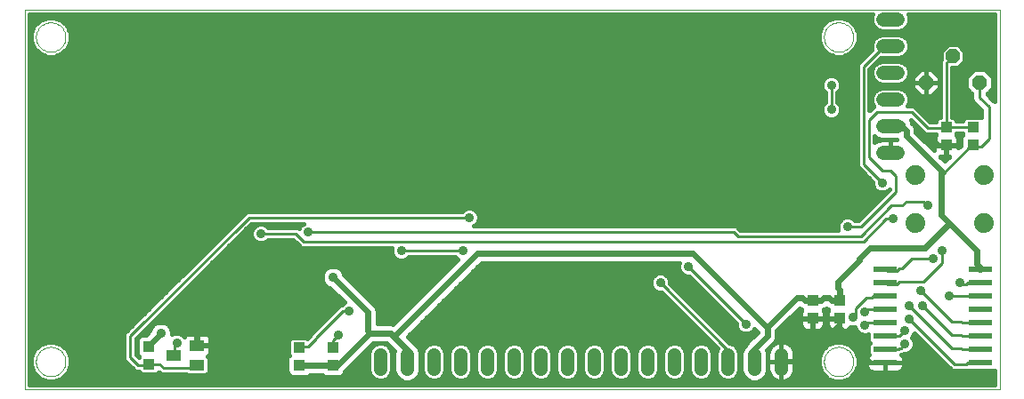
<source format=gtl>
G75*
%MOIN*%
%OFA0B0*%
%FSLAX24Y24*%
%IPPOS*%
%LPD*%
%AMOC8*
5,1,8,0,0,1.08239X$1,22.5*
%
%ADD10C,0.0010*%
%ADD11R,0.0900X0.0220*%
%ADD12C,0.0515*%
%ADD13C,0.0000*%
%ADD14R,0.0551X0.0394*%
%ADD15R,0.0433X0.0394*%
%ADD16OC8,0.0520*%
%ADD17C,0.0740*%
%ADD18R,0.0394X0.0433*%
%ADD19C,0.0520*%
%ADD20C,0.0240*%
%ADD21C,0.0357*%
%ADD22C,0.0100*%
%ADD23C,0.0160*%
D10*
X000180Y000180D02*
X000180Y014430D01*
X036680Y014430D01*
X036680Y000180D01*
X000180Y000180D01*
D11*
X032400Y001180D03*
X032400Y001680D03*
X032400Y002180D03*
X032400Y002680D03*
X032400Y003180D03*
X032400Y003680D03*
X032400Y004180D03*
X032400Y004680D03*
X035960Y004680D03*
X035960Y004180D03*
X035960Y003680D03*
X035960Y003180D03*
X035960Y002680D03*
X035960Y002180D03*
X035960Y001680D03*
X035960Y001180D03*
D12*
X028507Y000964D02*
X028507Y001479D01*
X027507Y001479D02*
X027507Y000964D01*
X026507Y000964D02*
X026507Y001479D01*
X025507Y001479D02*
X025507Y000964D01*
X024507Y000964D02*
X024507Y001479D01*
X023507Y001479D02*
X023507Y000964D01*
X022507Y000964D02*
X022507Y001479D01*
X021507Y001479D02*
X021507Y000964D01*
X020507Y000964D02*
X020507Y001479D01*
X019507Y001479D02*
X019507Y000964D01*
X018507Y000964D02*
X018507Y001479D01*
X017507Y001479D02*
X017507Y000964D01*
X016507Y000964D02*
X016507Y001479D01*
X015507Y001479D02*
X015507Y000964D01*
X014507Y000964D02*
X014507Y001479D01*
X013507Y001479D02*
X013507Y000964D01*
D13*
X000609Y001221D02*
X000611Y001268D01*
X000617Y001314D01*
X000627Y001360D01*
X000640Y001405D01*
X000658Y001448D01*
X000679Y001490D01*
X000703Y001530D01*
X000731Y001567D01*
X000762Y001602D01*
X000796Y001635D01*
X000832Y001664D01*
X000871Y001690D01*
X000912Y001713D01*
X000955Y001732D01*
X000999Y001748D01*
X001044Y001760D01*
X001090Y001768D01*
X001137Y001772D01*
X001183Y001772D01*
X001230Y001768D01*
X001276Y001760D01*
X001321Y001748D01*
X001365Y001732D01*
X001408Y001713D01*
X001449Y001690D01*
X001488Y001664D01*
X001524Y001635D01*
X001558Y001602D01*
X001589Y001567D01*
X001617Y001530D01*
X001641Y001490D01*
X001662Y001448D01*
X001680Y001405D01*
X001693Y001360D01*
X001703Y001314D01*
X001709Y001268D01*
X001711Y001221D01*
X001709Y001174D01*
X001703Y001128D01*
X001693Y001082D01*
X001680Y001037D01*
X001662Y000994D01*
X001641Y000952D01*
X001617Y000912D01*
X001589Y000875D01*
X001558Y000840D01*
X001524Y000807D01*
X001488Y000778D01*
X001449Y000752D01*
X001408Y000729D01*
X001365Y000710D01*
X001321Y000694D01*
X001276Y000682D01*
X001230Y000674D01*
X001183Y000670D01*
X001137Y000670D01*
X001090Y000674D01*
X001044Y000682D01*
X000999Y000694D01*
X000955Y000710D01*
X000912Y000729D01*
X000871Y000752D01*
X000832Y000778D01*
X000796Y000807D01*
X000762Y000840D01*
X000731Y000875D01*
X000703Y000912D01*
X000679Y000952D01*
X000658Y000994D01*
X000640Y001037D01*
X000627Y001082D01*
X000617Y001128D01*
X000611Y001174D01*
X000609Y001221D01*
X000609Y013395D02*
X000611Y013442D01*
X000617Y013488D01*
X000627Y013534D01*
X000640Y013579D01*
X000658Y013622D01*
X000679Y013664D01*
X000703Y013704D01*
X000731Y013741D01*
X000762Y013776D01*
X000796Y013809D01*
X000832Y013838D01*
X000871Y013864D01*
X000912Y013887D01*
X000955Y013906D01*
X000999Y013922D01*
X001044Y013934D01*
X001090Y013942D01*
X001137Y013946D01*
X001183Y013946D01*
X001230Y013942D01*
X001276Y013934D01*
X001321Y013922D01*
X001365Y013906D01*
X001408Y013887D01*
X001449Y013864D01*
X001488Y013838D01*
X001524Y013809D01*
X001558Y013776D01*
X001589Y013741D01*
X001617Y013704D01*
X001641Y013664D01*
X001662Y013622D01*
X001680Y013579D01*
X001693Y013534D01*
X001703Y013488D01*
X001709Y013442D01*
X001711Y013395D01*
X001709Y013348D01*
X001703Y013302D01*
X001693Y013256D01*
X001680Y013211D01*
X001662Y013168D01*
X001641Y013126D01*
X001617Y013086D01*
X001589Y013049D01*
X001558Y013014D01*
X001524Y012981D01*
X001488Y012952D01*
X001449Y012926D01*
X001408Y012903D01*
X001365Y012884D01*
X001321Y012868D01*
X001276Y012856D01*
X001230Y012848D01*
X001183Y012844D01*
X001137Y012844D01*
X001090Y012848D01*
X001044Y012856D01*
X000999Y012868D01*
X000955Y012884D01*
X000912Y012903D01*
X000871Y012926D01*
X000832Y012952D01*
X000796Y012981D01*
X000762Y013014D01*
X000731Y013049D01*
X000703Y013086D01*
X000679Y013126D01*
X000658Y013168D01*
X000640Y013211D01*
X000627Y013256D01*
X000617Y013302D01*
X000611Y013348D01*
X000609Y013395D01*
X030105Y013395D02*
X030107Y013442D01*
X030113Y013488D01*
X030123Y013534D01*
X030136Y013579D01*
X030154Y013622D01*
X030175Y013664D01*
X030199Y013704D01*
X030227Y013741D01*
X030258Y013776D01*
X030292Y013809D01*
X030328Y013838D01*
X030367Y013864D01*
X030408Y013887D01*
X030451Y013906D01*
X030495Y013922D01*
X030540Y013934D01*
X030586Y013942D01*
X030633Y013946D01*
X030679Y013946D01*
X030726Y013942D01*
X030772Y013934D01*
X030817Y013922D01*
X030861Y013906D01*
X030904Y013887D01*
X030945Y013864D01*
X030984Y013838D01*
X031020Y013809D01*
X031054Y013776D01*
X031085Y013741D01*
X031113Y013704D01*
X031137Y013664D01*
X031158Y013622D01*
X031176Y013579D01*
X031189Y013534D01*
X031199Y013488D01*
X031205Y013442D01*
X031207Y013395D01*
X031205Y013348D01*
X031199Y013302D01*
X031189Y013256D01*
X031176Y013211D01*
X031158Y013168D01*
X031137Y013126D01*
X031113Y013086D01*
X031085Y013049D01*
X031054Y013014D01*
X031020Y012981D01*
X030984Y012952D01*
X030945Y012926D01*
X030904Y012903D01*
X030861Y012884D01*
X030817Y012868D01*
X030772Y012856D01*
X030726Y012848D01*
X030679Y012844D01*
X030633Y012844D01*
X030586Y012848D01*
X030540Y012856D01*
X030495Y012868D01*
X030451Y012884D01*
X030408Y012903D01*
X030367Y012926D01*
X030328Y012952D01*
X030292Y012981D01*
X030258Y013014D01*
X030227Y013049D01*
X030199Y013086D01*
X030175Y013126D01*
X030154Y013168D01*
X030136Y013211D01*
X030123Y013256D01*
X030113Y013302D01*
X030107Y013348D01*
X030105Y013395D01*
X030105Y001221D02*
X030107Y001268D01*
X030113Y001314D01*
X030123Y001360D01*
X030136Y001405D01*
X030154Y001448D01*
X030175Y001490D01*
X030199Y001530D01*
X030227Y001567D01*
X030258Y001602D01*
X030292Y001635D01*
X030328Y001664D01*
X030367Y001690D01*
X030408Y001713D01*
X030451Y001732D01*
X030495Y001748D01*
X030540Y001760D01*
X030586Y001768D01*
X030633Y001772D01*
X030679Y001772D01*
X030726Y001768D01*
X030772Y001760D01*
X030817Y001748D01*
X030861Y001732D01*
X030904Y001713D01*
X030945Y001690D01*
X030984Y001664D01*
X031020Y001635D01*
X031054Y001602D01*
X031085Y001567D01*
X031113Y001530D01*
X031137Y001490D01*
X031158Y001448D01*
X031176Y001405D01*
X031189Y001360D01*
X031199Y001314D01*
X031205Y001268D01*
X031207Y001221D01*
X031205Y001174D01*
X031199Y001128D01*
X031189Y001082D01*
X031176Y001037D01*
X031158Y000994D01*
X031137Y000952D01*
X031113Y000912D01*
X031085Y000875D01*
X031054Y000840D01*
X031020Y000807D01*
X030984Y000778D01*
X030945Y000752D01*
X030904Y000729D01*
X030861Y000710D01*
X030817Y000694D01*
X030772Y000682D01*
X030726Y000674D01*
X030679Y000670D01*
X030633Y000670D01*
X030586Y000674D01*
X030540Y000682D01*
X030495Y000694D01*
X030451Y000710D01*
X030408Y000729D01*
X030367Y000752D01*
X030328Y000778D01*
X030292Y000807D01*
X030258Y000840D01*
X030227Y000875D01*
X030199Y000912D01*
X030175Y000952D01*
X030154Y000994D01*
X030136Y001037D01*
X030123Y001082D01*
X030113Y001128D01*
X030107Y001174D01*
X030105Y001221D01*
D14*
X006628Y001080D03*
X005761Y001454D03*
X006628Y001828D03*
D15*
X004845Y001788D03*
X004845Y001119D03*
X010465Y001072D03*
X011715Y001072D03*
X011715Y001741D03*
X010465Y001741D03*
X034680Y009345D03*
X035680Y009345D03*
X035680Y010015D03*
X034680Y010015D03*
D16*
X033930Y011680D03*
X035930Y011680D03*
X034930Y012680D03*
D17*
X036082Y008204D03*
X033522Y008204D03*
X033522Y006424D03*
X036082Y006424D03*
D18*
X030680Y003515D03*
X029680Y003515D03*
X029680Y002845D03*
X030680Y002845D03*
D19*
X032335Y009054D02*
X032855Y009054D01*
X032855Y010054D02*
X032335Y010054D01*
X032335Y011054D02*
X032855Y011054D01*
X032855Y012054D02*
X032335Y012054D01*
X032335Y013054D02*
X032855Y013054D01*
X032855Y014054D02*
X032335Y014054D01*
D20*
X035830Y011680D02*
X035930Y011680D01*
X033030Y010130D02*
X032980Y010080D01*
X033180Y009880D01*
X033180Y009680D01*
X034480Y008380D01*
X034480Y008180D01*
X034480Y006730D01*
X034805Y006405D01*
X033880Y005480D01*
X031830Y005480D01*
X031430Y005080D01*
X031430Y005030D01*
X030630Y004230D01*
X030630Y003980D01*
X030680Y003930D01*
X030680Y003515D01*
X030680Y003530D01*
X030380Y003530D01*
X030280Y003630D01*
X030080Y003630D01*
X029980Y003530D01*
X029680Y003530D01*
X029680Y003515D01*
X029580Y003530D01*
X029380Y003530D01*
X029280Y003630D01*
X029080Y003630D01*
X027980Y002530D01*
X027880Y002580D01*
X025180Y005280D01*
X017130Y005280D01*
X014005Y002155D01*
X014480Y001680D01*
X014480Y001230D01*
X014507Y001221D01*
X014005Y002155D02*
X013880Y002280D01*
X013080Y002280D01*
X013030Y002380D01*
X013030Y003080D01*
X011730Y004380D01*
X013080Y002280D02*
X011880Y001080D01*
X011830Y001080D01*
X011715Y001072D01*
X010465Y001072D01*
X010380Y001080D01*
X007415Y000580D02*
X007180Y000580D01*
X003580Y000580D01*
X002880Y001280D01*
X002880Y003080D01*
X007380Y007580D01*
X018280Y007580D01*
X027680Y007580D02*
X031780Y007580D01*
X034805Y006405D02*
X035830Y005380D01*
X035830Y004880D01*
X035930Y004780D01*
X035930Y004680D01*
X035960Y004680D01*
X027980Y002530D02*
X027980Y002180D01*
X027480Y001680D01*
X027480Y001230D01*
X027507Y001221D01*
X032595Y010054D02*
X032630Y010080D01*
X032980Y010080D01*
X005280Y002280D02*
X004880Y001880D01*
X004880Y001830D01*
X004845Y001788D01*
D21*
X005880Y001930D03*
X005280Y002280D03*
X002980Y000880D03*
X007680Y000580D03*
X009380Y001380D03*
X011930Y002230D03*
X012330Y003130D03*
X011730Y004380D03*
X014280Y005380D03*
X016580Y005380D03*
X016830Y006630D03*
X018280Y007580D03*
X015280Y008780D03*
X010780Y006080D03*
X009030Y006030D03*
X006080Y006880D03*
X002480Y006680D03*
X006180Y010280D03*
X023780Y008380D03*
X027680Y007580D03*
X030980Y006280D03*
X032680Y006580D03*
X033980Y007080D03*
X032280Y007930D03*
X031780Y007580D03*
X034180Y009580D03*
X030380Y010680D03*
X030380Y011580D03*
X029280Y012580D03*
X031780Y013480D03*
X029480Y013880D03*
X034380Y013480D03*
X028980Y009580D03*
X034530Y005380D03*
X034180Y005080D03*
X035180Y004180D03*
X034780Y003680D03*
X033780Y003330D03*
X033280Y003330D03*
X033280Y002830D03*
X033130Y002380D03*
X033130Y001880D03*
X031630Y002580D03*
X031180Y002880D03*
X031630Y003080D03*
X033730Y003880D03*
X029580Y002080D03*
X027180Y002630D03*
X023980Y004180D03*
X025030Y004780D03*
X029480Y000680D03*
X033080Y000580D03*
D22*
X032400Y001180D02*
X031880Y001180D01*
X031480Y001580D01*
X031480Y001780D01*
X030630Y002630D01*
X029280Y001280D01*
X028565Y001280D01*
X028507Y001221D01*
X028480Y001195D01*
X028480Y000580D01*
X028380Y000480D01*
X007780Y000480D01*
X007680Y000580D01*
X007580Y000680D01*
X007580Y001380D01*
X007180Y001780D01*
X006675Y001780D01*
X006628Y001828D01*
X005880Y001930D02*
X005780Y001830D01*
X005780Y001480D01*
X005761Y001454D01*
X005380Y000980D02*
X005241Y001119D01*
X004845Y001119D01*
X004830Y001080D01*
X004430Y001080D01*
X004130Y001380D01*
X004130Y002180D01*
X008580Y006630D01*
X016830Y006630D01*
X016580Y005380D02*
X014280Y005380D01*
X010780Y006080D02*
X026730Y006080D01*
X026880Y005930D01*
X031480Y005930D01*
X032630Y007080D01*
X033030Y007080D01*
X033180Y007230D01*
X033830Y007230D01*
X033980Y007080D01*
X032780Y007580D02*
X032780Y008180D01*
X032580Y008380D01*
X032280Y008380D01*
X031780Y008880D01*
X031780Y010280D01*
X032080Y010580D01*
X033380Y010580D01*
X033980Y009980D01*
X034580Y009980D01*
X034615Y010015D01*
X034680Y010015D01*
X035680Y010015D01*
X034680Y010015D02*
X034680Y012430D01*
X034930Y012680D01*
X032595Y013054D02*
X032580Y013030D01*
X032330Y013030D01*
X031580Y012280D01*
X031580Y008630D01*
X032280Y007930D01*
X032780Y007580D02*
X031480Y006280D01*
X030980Y006280D01*
X031580Y005730D02*
X032430Y006580D01*
X032680Y006580D01*
X031580Y005730D02*
X010630Y005730D01*
X010330Y006030D01*
X009030Y006030D01*
X012080Y003130D02*
X012330Y003130D01*
X012080Y003130D02*
X011080Y002130D01*
X011080Y002080D01*
X010780Y001780D01*
X010480Y001780D01*
X010465Y001741D01*
X011715Y001741D02*
X011730Y001780D01*
X011730Y002030D01*
X011930Y002230D01*
X007680Y000580D02*
X007180Y000580D01*
X006628Y001080D02*
X006528Y000980D01*
X005380Y000980D01*
X023980Y004180D02*
X026507Y001653D01*
X026507Y001221D01*
X027180Y002630D02*
X025030Y004780D01*
X029680Y002845D02*
X030680Y002845D01*
X030680Y002680D01*
X030630Y002630D01*
X031180Y002880D02*
X031280Y002980D01*
X031280Y003230D01*
X031680Y003630D01*
X031880Y003630D01*
X031980Y003730D01*
X032330Y003730D01*
X032380Y003680D01*
X032400Y003680D01*
X032480Y004130D02*
X032430Y004180D01*
X032400Y004180D01*
X032480Y004130D02*
X032830Y004130D01*
X032930Y004230D01*
X033830Y004230D01*
X034530Y004930D01*
X034530Y005380D01*
X034180Y005080D02*
X033380Y005080D01*
X033030Y004730D01*
X032930Y004730D01*
X032830Y004630D01*
X032480Y004630D01*
X032430Y004680D01*
X032400Y004680D01*
X033730Y003880D02*
X034880Y002730D01*
X035230Y002730D01*
X035280Y002680D01*
X035960Y002680D01*
X035960Y002180D02*
X035280Y002180D01*
X035230Y002230D01*
X034880Y002230D01*
X033780Y003330D01*
X033280Y003330D02*
X034880Y001730D01*
X035230Y001730D01*
X035280Y001680D01*
X035960Y001680D01*
X035960Y001180D02*
X035480Y001180D01*
X035430Y001130D01*
X034980Y001130D01*
X033280Y002830D01*
X032400Y002680D02*
X031730Y002680D01*
X031630Y002580D01*
X031630Y003080D02*
X031730Y003180D01*
X032400Y003180D01*
X033130Y002380D02*
X032930Y002180D01*
X032400Y002180D01*
X032980Y001730D02*
X033130Y001880D01*
X032980Y001730D02*
X032930Y001730D01*
X032880Y001680D01*
X032400Y001680D01*
X034780Y003680D02*
X035960Y003680D01*
X035480Y004180D02*
X035430Y004130D01*
X035230Y004130D01*
X035180Y004180D01*
X035480Y004180D02*
X035960Y004180D01*
X034480Y008180D02*
X035645Y009345D01*
X035680Y009345D01*
X035745Y009280D01*
X035980Y009280D01*
X036280Y009580D01*
X036280Y010780D01*
X035930Y011130D01*
X035930Y011680D01*
X034180Y009580D02*
X034415Y009345D01*
X034680Y009345D01*
X030380Y010680D02*
X030380Y011580D01*
D23*
X030707Y011434D02*
X031350Y011434D01*
X031350Y011592D02*
X030738Y011592D01*
X030738Y011651D02*
X030738Y011509D01*
X030684Y011377D01*
X030610Y011303D01*
X030610Y010957D01*
X030684Y010883D01*
X030738Y010751D01*
X030738Y010609D01*
X030684Y010477D01*
X030583Y010376D01*
X030451Y010322D01*
X030309Y010322D01*
X030177Y010376D01*
X030076Y010477D01*
X030022Y010609D01*
X030022Y010751D01*
X030076Y010883D01*
X030150Y010957D01*
X030150Y011303D01*
X030076Y011377D01*
X030022Y011509D01*
X030022Y011651D01*
X030076Y011783D01*
X030177Y011884D01*
X030309Y011938D01*
X030451Y011938D01*
X030583Y011884D01*
X030684Y011783D01*
X030738Y011651D01*
X030697Y011751D02*
X031350Y011751D01*
X031350Y011909D02*
X030522Y011909D01*
X030238Y011909D02*
X000365Y011909D01*
X000365Y011751D02*
X030063Y011751D01*
X030022Y011592D02*
X000365Y011592D01*
X000365Y011434D02*
X030053Y011434D01*
X030150Y011275D02*
X000365Y011275D01*
X000365Y011117D02*
X030150Y011117D01*
X030150Y010958D02*
X000365Y010958D01*
X000365Y010800D02*
X030042Y010800D01*
X030022Y010641D02*
X000365Y010641D01*
X000365Y010483D02*
X030074Y010483D01*
X030303Y010324D02*
X000365Y010324D01*
X000365Y010166D02*
X031350Y010166D01*
X031350Y010324D02*
X030457Y010324D01*
X030686Y010483D02*
X031350Y010483D01*
X031350Y010641D02*
X030738Y010641D01*
X030718Y010800D02*
X031350Y010800D01*
X031350Y010958D02*
X030610Y010958D01*
X030610Y011117D02*
X031350Y011117D01*
X031350Y011275D02*
X030610Y011275D01*
X031810Y011275D02*
X031950Y011275D01*
X031962Y011303D02*
X031895Y011141D01*
X031895Y010966D01*
X031962Y010804D01*
X031970Y010796D01*
X031810Y010635D01*
X031810Y012185D01*
X032241Y012616D01*
X032247Y012614D01*
X032942Y012614D01*
X033104Y012681D01*
X033228Y012804D01*
X033295Y012966D01*
X033295Y013141D01*
X033228Y013303D01*
X033104Y013427D01*
X032942Y013494D01*
X032247Y013494D01*
X032085Y013427D01*
X031962Y013303D01*
X031895Y013141D01*
X031895Y012966D01*
X031908Y012933D01*
X031485Y012510D01*
X031350Y012375D01*
X031350Y008535D01*
X031922Y007963D01*
X031922Y007859D01*
X031976Y007727D01*
X032077Y007626D01*
X032209Y007572D01*
X032351Y007572D01*
X032483Y007626D01*
X032550Y007693D01*
X032550Y007675D01*
X031385Y006510D01*
X031257Y006510D01*
X031183Y006584D01*
X031051Y006638D01*
X030909Y006638D01*
X030777Y006584D01*
X030676Y006483D01*
X030622Y006351D01*
X030622Y006209D01*
X030642Y006160D01*
X026975Y006160D01*
X026825Y006310D01*
X016994Y006310D01*
X017033Y006326D01*
X017134Y006427D01*
X017188Y006559D01*
X017188Y006701D01*
X017134Y006833D01*
X017033Y006934D01*
X016901Y006988D01*
X016759Y006988D01*
X016627Y006934D01*
X016553Y006860D01*
X008485Y006860D01*
X004035Y002410D01*
X003900Y002275D01*
X003900Y001285D01*
X004200Y000985D01*
X004335Y000850D01*
X004448Y000850D01*
X004448Y000848D01*
X004553Y000742D01*
X005136Y000742D01*
X005214Y000821D01*
X005285Y000750D01*
X006230Y000750D01*
X006277Y000703D01*
X006978Y000703D01*
X007083Y000808D01*
X007083Y001351D01*
X007016Y001418D01*
X007017Y001418D01*
X007056Y001444D01*
X007090Y001478D01*
X007116Y001517D01*
X007134Y001561D01*
X007143Y001607D01*
X007143Y001809D01*
X006646Y001809D01*
X006646Y001846D01*
X006609Y001846D01*
X006609Y002264D01*
X006328Y002264D01*
X006282Y002255D01*
X006238Y002237D01*
X006199Y002211D01*
X006166Y002177D01*
X006155Y002162D01*
X006083Y002234D01*
X005951Y002288D01*
X005809Y002288D01*
X005698Y002243D01*
X005698Y002363D01*
X005635Y002517D01*
X005517Y002635D01*
X005363Y002698D01*
X005197Y002698D01*
X005043Y002635D01*
X004925Y002517D01*
X004867Y002376D01*
X004716Y002225D01*
X004580Y002225D01*
X004492Y002189D01*
X004425Y002121D01*
X004388Y002033D01*
X004388Y001544D01*
X004425Y001455D01*
X004469Y001411D01*
X004448Y001390D01*
X004448Y001387D01*
X004360Y001475D01*
X004360Y002085D01*
X008675Y006400D01*
X010616Y006400D01*
X010577Y006384D01*
X010476Y006283D01*
X010454Y006231D01*
X010425Y006260D01*
X009307Y006260D01*
X009233Y006334D01*
X009101Y006388D01*
X008959Y006388D01*
X008827Y006334D01*
X008726Y006233D01*
X008672Y006101D01*
X008672Y005959D01*
X008726Y005827D01*
X008827Y005726D01*
X008959Y005672D01*
X009101Y005672D01*
X009233Y005726D01*
X009307Y005800D01*
X010235Y005800D01*
X010400Y005635D01*
X010535Y005500D01*
X013942Y005500D01*
X013922Y005451D01*
X013922Y005309D01*
X013976Y005177D01*
X014077Y005076D01*
X014209Y005022D01*
X014351Y005022D01*
X014483Y005076D01*
X014557Y005150D01*
X016303Y005150D01*
X016377Y005076D01*
X016405Y005064D01*
X013972Y002631D01*
X013952Y002640D01*
X013390Y002640D01*
X013390Y003152D01*
X013335Y003284D01*
X012143Y004476D01*
X012085Y004617D01*
X011967Y004735D01*
X011813Y004798D01*
X011647Y004798D01*
X011493Y004735D01*
X011375Y004617D01*
X011312Y004463D01*
X011312Y004297D01*
X011375Y004143D01*
X011493Y004025D01*
X011634Y003967D01*
X012155Y003446D01*
X012127Y003434D01*
X012053Y003360D01*
X011985Y003360D01*
X011850Y003225D01*
X010850Y002225D01*
X010850Y002175D01*
X010775Y002100D01*
X010757Y002118D01*
X010174Y002118D01*
X010069Y002012D01*
X010069Y001470D01*
X010090Y001449D01*
X010045Y001405D01*
X010009Y001316D01*
X010009Y000827D01*
X010045Y000739D01*
X010113Y000671D01*
X010201Y000635D01*
X010730Y000635D01*
X010818Y000671D01*
X010858Y000712D01*
X011323Y000712D01*
X011363Y000671D01*
X011451Y000635D01*
X011980Y000635D01*
X012068Y000671D01*
X012135Y000739D01*
X012172Y000827D01*
X012172Y000863D01*
X012185Y000876D01*
X013229Y001920D01*
X013731Y001920D01*
X014028Y001623D01*
X014009Y001578D01*
X014009Y000865D01*
X014085Y000682D01*
X014225Y000542D01*
X014408Y000466D01*
X014606Y000466D01*
X014789Y000542D01*
X014929Y000682D01*
X015004Y000865D01*
X015004Y001578D01*
X014929Y001761D01*
X014789Y001901D01*
X014754Y001915D01*
X014514Y002155D01*
X017279Y004920D01*
X024700Y004920D01*
X024672Y004851D01*
X024672Y004709D01*
X024726Y004577D01*
X024827Y004476D01*
X024959Y004422D01*
X025063Y004422D01*
X026822Y002663D01*
X026822Y002559D01*
X026876Y002427D01*
X026977Y002326D01*
X027109Y002272D01*
X027251Y002272D01*
X027383Y002326D01*
X027484Y002427D01*
X027496Y002455D01*
X027616Y002334D01*
X027620Y002330D01*
X027620Y002329D01*
X027276Y001985D01*
X027175Y001884D01*
X027151Y001827D01*
X027085Y001761D01*
X027009Y001578D01*
X027009Y000865D01*
X027085Y000682D01*
X027225Y000542D01*
X027408Y000466D01*
X027606Y000466D01*
X027789Y000542D01*
X027929Y000682D01*
X028004Y000865D01*
X028004Y001578D01*
X027970Y001661D01*
X028285Y001976D01*
X028340Y002108D01*
X028340Y002381D01*
X029182Y003223D01*
X029270Y003186D01*
X029273Y003179D01*
X029270Y003176D01*
X029252Y003132D01*
X029243Y003086D01*
X029243Y002864D01*
X029662Y002864D01*
X029662Y002827D01*
X029698Y002827D01*
X029698Y002389D01*
X029900Y002389D01*
X029947Y002398D01*
X029991Y002416D01*
X030030Y002442D01*
X030063Y002476D01*
X030090Y002515D01*
X030108Y002559D01*
X030117Y002605D01*
X030117Y002827D01*
X029698Y002827D01*
X029698Y002864D01*
X030117Y002864D01*
X030117Y003086D01*
X030108Y003132D01*
X030090Y003176D01*
X030087Y003179D01*
X030090Y003186D01*
X030180Y003223D01*
X030270Y003186D01*
X030273Y003179D01*
X030270Y003176D01*
X030252Y003132D01*
X030243Y003086D01*
X030243Y002864D01*
X030662Y002864D01*
X030662Y002827D01*
X030698Y002827D01*
X030698Y002389D01*
X030900Y002389D01*
X030947Y002398D01*
X030991Y002416D01*
X031030Y002442D01*
X031063Y002476D01*
X031090Y002515D01*
X031095Y002527D01*
X031109Y002522D01*
X031251Y002522D01*
X031272Y002530D01*
X031272Y002509D01*
X031326Y002377D01*
X031427Y002276D01*
X031559Y002222D01*
X031701Y002222D01*
X031770Y002250D01*
X031770Y001995D01*
X031835Y001930D01*
X031770Y001865D01*
X031770Y001495D01*
X031793Y001472D01*
X031764Y001443D01*
X031737Y001404D01*
X031719Y001360D01*
X031710Y001314D01*
X031710Y001180D01*
X032400Y001180D01*
X033090Y001180D01*
X033090Y001314D01*
X033081Y001360D01*
X033063Y001404D01*
X033036Y001443D01*
X033007Y001472D01*
X033030Y001495D01*
X033030Y001500D01*
X033075Y001500D01*
X033097Y001522D01*
X033201Y001522D01*
X033333Y001576D01*
X033434Y001677D01*
X033488Y001809D01*
X033488Y001951D01*
X033434Y002083D01*
X033387Y002130D01*
X033434Y002177D01*
X033485Y002300D01*
X034885Y000900D01*
X035425Y000900D01*
X035435Y000890D01*
X036485Y000890D01*
X036495Y000900D01*
X036495Y000365D01*
X000365Y000365D01*
X000365Y014245D01*
X031938Y014245D01*
X031895Y014141D01*
X031895Y013966D01*
X031962Y013804D01*
X032085Y013681D01*
X032247Y013614D01*
X032942Y013614D01*
X033104Y013681D01*
X033228Y013804D01*
X033295Y013966D01*
X033295Y014141D01*
X033252Y014245D01*
X036495Y014245D01*
X036495Y010975D01*
X036444Y011026D01*
X036220Y011250D01*
X036220Y011263D01*
X036430Y011473D01*
X036430Y011887D01*
X036137Y012180D01*
X035723Y012180D01*
X035430Y011887D01*
X035430Y011473D01*
X035640Y011263D01*
X035640Y011072D01*
X035684Y010966D01*
X035990Y010660D01*
X035990Y010373D01*
X035971Y010391D01*
X035389Y010391D01*
X035283Y010286D01*
X035283Y010245D01*
X035077Y010245D01*
X035077Y010286D01*
X034971Y010391D01*
X034910Y010391D01*
X034910Y012240D01*
X035112Y012240D01*
X035370Y012498D01*
X035370Y012862D01*
X035112Y013120D01*
X034748Y013120D01*
X034490Y012862D01*
X034490Y012565D01*
X034450Y012525D01*
X034450Y010391D01*
X034389Y010391D01*
X034283Y010286D01*
X034283Y010210D01*
X034075Y010210D01*
X033475Y010810D01*
X033230Y010810D01*
X033295Y010966D01*
X033295Y011141D01*
X033228Y011303D01*
X033104Y011427D01*
X032942Y011494D01*
X032247Y011494D01*
X032085Y011427D01*
X031962Y011303D01*
X032102Y011434D02*
X031810Y011434D01*
X031810Y011592D02*
X033430Y011592D01*
X033430Y011680D02*
X033430Y011473D01*
X033723Y011180D01*
X033930Y011180D01*
X034137Y011180D01*
X034430Y011473D01*
X034430Y011680D01*
X034430Y011887D01*
X034137Y012180D01*
X033930Y012180D01*
X033930Y011680D01*
X034430Y011680D01*
X033930Y011680D01*
X033930Y011680D01*
X033930Y011680D01*
X033930Y011180D01*
X033930Y011680D01*
X033930Y011680D01*
X033930Y011680D01*
X033430Y011680D01*
X033430Y011887D01*
X033723Y012180D01*
X033930Y012180D01*
X033930Y011680D01*
X033430Y011680D01*
X033430Y011751D02*
X033174Y011751D01*
X033228Y011804D02*
X033295Y011966D01*
X033295Y012141D01*
X033228Y012303D01*
X033104Y012427D01*
X032942Y012494D01*
X032247Y012494D01*
X032085Y012427D01*
X031962Y012303D01*
X031895Y012141D01*
X031895Y011966D01*
X031962Y011804D01*
X032085Y011681D01*
X032247Y011614D01*
X032942Y011614D01*
X033104Y011681D01*
X033228Y011804D01*
X033271Y011909D02*
X033452Y011909D01*
X033295Y012068D02*
X033610Y012068D01*
X033930Y012068D02*
X033930Y012068D01*
X034250Y012068D02*
X034450Y012068D01*
X034450Y012226D02*
X033259Y012226D01*
X033146Y012385D02*
X034450Y012385D01*
X034468Y012543D02*
X032168Y012543D01*
X032043Y012385D02*
X032010Y012385D01*
X031930Y012226D02*
X031851Y012226D01*
X031810Y012068D02*
X031895Y012068D01*
X031350Y012068D02*
X000365Y012068D01*
X000365Y012226D02*
X031350Y012226D01*
X031359Y012385D02*
X000365Y012385D01*
X000365Y012543D02*
X031518Y012543D01*
X031676Y012702D02*
X030894Y012702D01*
X030802Y012663D02*
X031071Y012775D01*
X031276Y012980D01*
X031388Y013249D01*
X031388Y013540D01*
X031276Y013809D01*
X031071Y014014D01*
X030802Y014126D01*
X030511Y014126D01*
X030242Y014014D01*
X030037Y013809D01*
X029925Y013540D01*
X029925Y013249D01*
X030037Y012980D01*
X030242Y012775D01*
X030511Y012663D01*
X030802Y012663D01*
X030419Y012702D02*
X001398Y012702D01*
X001306Y012663D02*
X001574Y012775D01*
X001780Y012980D01*
X001891Y013249D01*
X001891Y013540D01*
X001780Y013809D01*
X001574Y014014D01*
X001306Y014126D01*
X001015Y014126D01*
X000746Y014014D01*
X000540Y013809D01*
X000429Y013540D01*
X000429Y013249D01*
X000540Y012980D01*
X000746Y012775D01*
X001015Y012663D01*
X001306Y012663D01*
X000923Y012702D02*
X000365Y012702D01*
X000365Y012860D02*
X000661Y012860D01*
X000525Y013019D02*
X000365Y013019D01*
X000365Y013177D02*
X000459Y013177D01*
X000429Y013336D02*
X000365Y013336D01*
X000365Y013494D02*
X000429Y013494D01*
X000476Y013653D02*
X000365Y013653D01*
X000365Y013811D02*
X000543Y013811D01*
X000701Y013970D02*
X000365Y013970D01*
X000365Y014128D02*
X031895Y014128D01*
X031895Y013970D02*
X031115Y013970D01*
X031274Y013811D02*
X031959Y013811D01*
X032153Y013653D02*
X031341Y013653D01*
X031388Y013494D02*
X036495Y013494D01*
X036495Y013336D02*
X033195Y013336D01*
X033280Y013177D02*
X036495Y013177D01*
X036495Y013019D02*
X035214Y013019D01*
X035370Y012860D02*
X036495Y012860D01*
X036495Y012702D02*
X035370Y012702D01*
X035370Y012543D02*
X036495Y012543D01*
X036495Y012385D02*
X035257Y012385D01*
X034910Y012226D02*
X036495Y012226D01*
X036495Y012068D02*
X036250Y012068D01*
X036408Y011909D02*
X036495Y011909D01*
X036495Y011751D02*
X036430Y011751D01*
X036430Y011592D02*
X036495Y011592D01*
X036495Y011434D02*
X036391Y011434D01*
X036495Y011275D02*
X036232Y011275D01*
X036354Y011117D02*
X036495Y011117D01*
X035850Y010800D02*
X034910Y010800D01*
X034910Y010958D02*
X035692Y010958D01*
X035640Y011117D02*
X034910Y011117D01*
X034910Y011275D02*
X035628Y011275D01*
X035469Y011434D02*
X034910Y011434D01*
X034910Y011592D02*
X035430Y011592D01*
X035430Y011751D02*
X034910Y011751D01*
X034910Y011909D02*
X035452Y011909D01*
X035610Y012068D02*
X034910Y012068D01*
X034450Y011909D02*
X034408Y011909D01*
X034430Y011751D02*
X034450Y011751D01*
X034450Y011592D02*
X034430Y011592D01*
X034450Y011434D02*
X034391Y011434D01*
X034450Y011275D02*
X034232Y011275D01*
X034450Y011117D02*
X033295Y011117D01*
X033291Y010958D02*
X034450Y010958D01*
X034450Y010800D02*
X033486Y010800D01*
X033644Y010641D02*
X034450Y010641D01*
X034450Y010483D02*
X033803Y010483D01*
X033961Y010324D02*
X034321Y010324D01*
X034910Y010483D02*
X035990Y010483D01*
X035990Y010641D02*
X034910Y010641D01*
X035039Y010324D02*
X035321Y010324D01*
X035283Y009785D02*
X035283Y009743D01*
X035304Y009722D01*
X035260Y009678D01*
X035223Y009590D01*
X035223Y009334D01*
X035137Y009247D01*
X035137Y009327D01*
X034698Y009327D01*
X034698Y008909D01*
X034798Y008909D01*
X034629Y008740D01*
X034461Y008909D01*
X034662Y008909D01*
X034662Y009327D01*
X034698Y009327D01*
X034698Y009364D01*
X035137Y009364D01*
X035137Y009566D01*
X035127Y009612D01*
X035109Y009656D01*
X035083Y009695D01*
X035056Y009722D01*
X035077Y009743D01*
X035077Y009785D01*
X035283Y009785D01*
X035272Y009690D02*
X035086Y009690D01*
X035137Y009532D02*
X035223Y009532D01*
X035223Y009373D02*
X035137Y009373D01*
X034698Y009215D02*
X034662Y009215D01*
X034662Y009327D02*
X034223Y009327D01*
X034223Y009146D01*
X033540Y009829D01*
X033540Y009952D01*
X033485Y010084D01*
X033390Y010179D01*
X033390Y010202D01*
X033360Y010275D01*
X033750Y009885D01*
X033885Y009750D01*
X034283Y009750D01*
X034283Y009743D01*
X034304Y009722D01*
X034277Y009695D01*
X034251Y009656D01*
X034233Y009612D01*
X034223Y009566D01*
X034223Y009364D01*
X034662Y009364D01*
X034662Y009327D01*
X034662Y009056D02*
X034698Y009056D01*
X034787Y008898D02*
X034472Y008898D01*
X034223Y009215D02*
X034155Y009215D01*
X034223Y009373D02*
X033996Y009373D01*
X033838Y009532D02*
X034223Y009532D01*
X034274Y009690D02*
X033679Y009690D01*
X033786Y009849D02*
X033540Y009849D01*
X033517Y010007D02*
X033628Y010007D01*
X033469Y010166D02*
X033404Y010166D01*
X032843Y009554D02*
X032235Y009554D01*
X032051Y009630D01*
X032010Y009671D01*
X032010Y009436D01*
X032073Y009481D01*
X032143Y009517D01*
X032217Y009541D01*
X032295Y009554D01*
X032595Y009554D01*
X032595Y009054D01*
X032595Y009054D01*
X032595Y009554D01*
X032843Y009554D01*
X032843Y009554D01*
X032595Y009532D02*
X032595Y009532D01*
X032595Y009373D02*
X032595Y009373D01*
X032595Y009215D02*
X032595Y009215D01*
X032595Y009056D02*
X032595Y009056D01*
X032187Y009532D02*
X032010Y009532D01*
X031350Y009532D02*
X000365Y009532D01*
X000365Y009373D02*
X031350Y009373D01*
X031350Y009215D02*
X000365Y009215D01*
X000365Y009056D02*
X031350Y009056D01*
X031350Y008898D02*
X000365Y008898D01*
X000365Y008739D02*
X031350Y008739D01*
X031350Y008581D02*
X000365Y008581D01*
X000365Y008422D02*
X031463Y008422D01*
X031621Y008264D02*
X000365Y008264D01*
X000365Y008105D02*
X031780Y008105D01*
X031922Y007947D02*
X000365Y007947D01*
X000365Y007788D02*
X031951Y007788D01*
X032074Y007630D02*
X000365Y007630D01*
X000365Y007471D02*
X032346Y007471D01*
X032486Y007630D02*
X032504Y007630D01*
X032187Y007313D02*
X000365Y007313D01*
X000365Y007154D02*
X032029Y007154D01*
X031870Y006996D02*
X000365Y006996D01*
X000365Y006837D02*
X008462Y006837D01*
X008303Y006679D02*
X000365Y006679D01*
X000365Y006520D02*
X008145Y006520D01*
X007986Y006362D02*
X000365Y006362D01*
X000365Y006203D02*
X007828Y006203D01*
X007669Y006045D02*
X000365Y006045D01*
X000365Y005886D02*
X007511Y005886D01*
X007352Y005728D02*
X000365Y005728D01*
X000365Y005569D02*
X007194Y005569D01*
X007035Y005411D02*
X000365Y005411D01*
X000365Y005252D02*
X006877Y005252D01*
X006718Y005094D02*
X000365Y005094D01*
X000365Y004935D02*
X006560Y004935D01*
X006401Y004777D02*
X000365Y004777D01*
X000365Y004618D02*
X006243Y004618D01*
X006084Y004460D02*
X000365Y004460D01*
X000365Y004301D02*
X005926Y004301D01*
X005767Y004143D02*
X000365Y004143D01*
X000365Y003984D02*
X005609Y003984D01*
X005450Y003826D02*
X000365Y003826D01*
X000365Y003667D02*
X005292Y003667D01*
X005133Y003509D02*
X000365Y003509D01*
X000365Y003350D02*
X004975Y003350D01*
X004816Y003192D02*
X000365Y003192D01*
X000365Y003033D02*
X004658Y003033D01*
X004499Y002875D02*
X000365Y002875D01*
X000365Y002716D02*
X004341Y002716D01*
X004182Y002558D02*
X000365Y002558D01*
X000365Y002399D02*
X004024Y002399D01*
X003900Y002241D02*
X000365Y002241D01*
X000365Y002082D02*
X003900Y002082D01*
X003900Y001924D02*
X001376Y001924D01*
X001306Y001953D02*
X001015Y001953D01*
X000746Y001841D01*
X000540Y001636D01*
X000429Y001367D01*
X000429Y001076D01*
X000540Y000807D01*
X000746Y000601D01*
X001015Y000490D01*
X001306Y000490D01*
X001574Y000601D01*
X001780Y000807D01*
X001891Y001076D01*
X001891Y001367D01*
X001780Y001636D01*
X001574Y001841D01*
X001306Y001953D01*
X000945Y001924D02*
X000365Y001924D01*
X000365Y001765D02*
X000670Y001765D01*
X000528Y001607D02*
X000365Y001607D01*
X000365Y001448D02*
X000463Y001448D01*
X000429Y001290D02*
X000365Y001290D01*
X000365Y001131D02*
X000429Y001131D01*
X000472Y000973D02*
X000365Y000973D01*
X000365Y000814D02*
X000538Y000814D01*
X000692Y000656D02*
X000365Y000656D01*
X000365Y000497D02*
X000998Y000497D01*
X001322Y000497D02*
X014334Y000497D01*
X014112Y000656D02*
X013817Y000656D01*
X013878Y000716D02*
X013944Y000877D01*
X013944Y001566D01*
X013878Y001727D01*
X013755Y001850D01*
X013594Y001916D01*
X013420Y001916D01*
X013259Y001850D01*
X013136Y001727D01*
X013069Y001566D01*
X013069Y000877D01*
X013136Y000716D01*
X013259Y000593D01*
X013420Y000526D01*
X013594Y000526D01*
X013755Y000593D01*
X013878Y000716D01*
X013918Y000814D02*
X014030Y000814D01*
X014009Y000973D02*
X013944Y000973D01*
X013944Y001131D02*
X014009Y001131D01*
X014009Y001290D02*
X013944Y001290D01*
X013944Y001448D02*
X014009Y001448D01*
X014021Y001607D02*
X013927Y001607D01*
X013886Y001765D02*
X013839Y001765D01*
X013174Y001765D02*
X013074Y001765D01*
X013086Y001607D02*
X012916Y001607D01*
X013069Y001448D02*
X012757Y001448D01*
X012599Y001290D02*
X013069Y001290D01*
X013069Y001131D02*
X012440Y001131D01*
X012282Y000973D02*
X013069Y000973D01*
X013095Y000814D02*
X012167Y000814D01*
X012029Y000656D02*
X013196Y000656D01*
X014680Y000497D02*
X027334Y000497D01*
X027112Y000656D02*
X026817Y000656D01*
X026878Y000716D02*
X026944Y000877D01*
X026944Y001566D01*
X026878Y001727D01*
X026755Y001850D01*
X026594Y001916D01*
X026569Y001916D01*
X024338Y004147D01*
X024338Y004251D01*
X024284Y004383D01*
X024183Y004484D01*
X024051Y004538D01*
X023909Y004538D01*
X023777Y004484D01*
X023676Y004383D01*
X023622Y004251D01*
X023622Y004109D01*
X023676Y003977D01*
X023777Y003876D01*
X023909Y003822D01*
X024013Y003822D01*
X026128Y001707D01*
X026069Y001566D01*
X026069Y000877D01*
X026136Y000716D01*
X026259Y000593D01*
X026420Y000526D01*
X026594Y000526D01*
X026755Y000593D01*
X026878Y000716D01*
X026918Y000814D02*
X027030Y000814D01*
X027009Y000973D02*
X026944Y000973D01*
X026944Y001131D02*
X027009Y001131D01*
X027009Y001290D02*
X026944Y001290D01*
X026944Y001448D02*
X027009Y001448D01*
X027021Y001607D02*
X026927Y001607D01*
X026839Y001765D02*
X027089Y001765D01*
X027214Y001924D02*
X026562Y001924D01*
X026403Y002082D02*
X027373Y002082D01*
X027531Y002241D02*
X026245Y002241D01*
X026086Y002399D02*
X026904Y002399D01*
X026822Y002558D02*
X025928Y002558D01*
X025769Y002716D02*
X026769Y002716D01*
X026610Y002875D02*
X025611Y002875D01*
X025452Y003033D02*
X026452Y003033D01*
X026293Y003192D02*
X025294Y003192D01*
X025135Y003350D02*
X026135Y003350D01*
X025976Y003509D02*
X024977Y003509D01*
X024818Y003667D02*
X025818Y003667D01*
X025659Y003826D02*
X024660Y003826D01*
X024501Y003984D02*
X025501Y003984D01*
X025342Y004143D02*
X024343Y004143D01*
X024318Y004301D02*
X025184Y004301D01*
X024867Y004460D02*
X024207Y004460D01*
X023753Y004460D02*
X016819Y004460D01*
X016660Y004301D02*
X023642Y004301D01*
X023622Y004143D02*
X016502Y004143D01*
X016343Y003984D02*
X023673Y003984D01*
X023899Y003826D02*
X016185Y003826D01*
X016026Y003667D02*
X024168Y003667D01*
X024326Y003509D02*
X015868Y003509D01*
X015709Y003350D02*
X024485Y003350D01*
X024643Y003192D02*
X015551Y003192D01*
X015392Y003033D02*
X024802Y003033D01*
X024960Y002875D02*
X015234Y002875D01*
X015075Y002716D02*
X025119Y002716D01*
X025277Y002558D02*
X014917Y002558D01*
X014758Y002399D02*
X025436Y002399D01*
X025594Y002241D02*
X014600Y002241D01*
X014587Y002082D02*
X025753Y002082D01*
X025911Y001924D02*
X014746Y001924D01*
X014924Y001765D02*
X015174Y001765D01*
X015136Y001727D02*
X015069Y001566D01*
X015069Y000877D01*
X015136Y000716D01*
X015259Y000593D01*
X015420Y000526D01*
X015594Y000526D01*
X015755Y000593D01*
X015878Y000716D01*
X015944Y000877D01*
X015944Y001566D01*
X015878Y001727D01*
X015755Y001850D01*
X015594Y001916D01*
X015420Y001916D01*
X015259Y001850D01*
X015136Y001727D01*
X015086Y001607D02*
X014992Y001607D01*
X015004Y001448D02*
X015069Y001448D01*
X015069Y001290D02*
X015004Y001290D01*
X015004Y001131D02*
X015069Y001131D01*
X015069Y000973D02*
X015004Y000973D01*
X014983Y000814D02*
X015095Y000814D01*
X015196Y000656D02*
X014902Y000656D01*
X015817Y000656D02*
X016196Y000656D01*
X016136Y000716D02*
X016259Y000593D01*
X016420Y000526D01*
X016594Y000526D01*
X016755Y000593D01*
X016878Y000716D01*
X016944Y000877D01*
X016944Y001566D01*
X016878Y001727D01*
X016755Y001850D01*
X016594Y001916D01*
X016420Y001916D01*
X016259Y001850D01*
X016136Y001727D01*
X016069Y001566D01*
X016069Y000877D01*
X016136Y000716D01*
X016095Y000814D02*
X015918Y000814D01*
X015944Y000973D02*
X016069Y000973D01*
X016069Y001131D02*
X015944Y001131D01*
X015944Y001290D02*
X016069Y001290D01*
X016069Y001448D02*
X015944Y001448D01*
X015927Y001607D02*
X016086Y001607D01*
X016174Y001765D02*
X015839Y001765D01*
X016839Y001765D02*
X017174Y001765D01*
X017136Y001727D02*
X017069Y001566D01*
X017069Y000877D01*
X017136Y000716D01*
X017259Y000593D01*
X017420Y000526D01*
X017594Y000526D01*
X017755Y000593D01*
X017878Y000716D01*
X017944Y000877D01*
X017944Y001566D01*
X017878Y001727D01*
X017755Y001850D01*
X017594Y001916D01*
X017420Y001916D01*
X017259Y001850D01*
X017136Y001727D01*
X017086Y001607D02*
X016927Y001607D01*
X016944Y001448D02*
X017069Y001448D01*
X017069Y001290D02*
X016944Y001290D01*
X016944Y001131D02*
X017069Y001131D01*
X017069Y000973D02*
X016944Y000973D01*
X016918Y000814D02*
X017095Y000814D01*
X017196Y000656D02*
X016817Y000656D01*
X017817Y000656D02*
X018196Y000656D01*
X018136Y000716D02*
X018259Y000593D01*
X018420Y000526D01*
X018594Y000526D01*
X018755Y000593D01*
X018878Y000716D01*
X018944Y000877D01*
X018944Y001566D01*
X018878Y001727D01*
X018755Y001850D01*
X018594Y001916D01*
X018420Y001916D01*
X018259Y001850D01*
X018136Y001727D01*
X018069Y001566D01*
X018069Y000877D01*
X018136Y000716D01*
X018095Y000814D02*
X017918Y000814D01*
X017944Y000973D02*
X018069Y000973D01*
X018069Y001131D02*
X017944Y001131D01*
X017944Y001290D02*
X018069Y001290D01*
X018069Y001448D02*
X017944Y001448D01*
X017927Y001607D02*
X018086Y001607D01*
X018174Y001765D02*
X017839Y001765D01*
X018839Y001765D02*
X019174Y001765D01*
X019136Y001727D02*
X019069Y001566D01*
X019069Y000877D01*
X019136Y000716D01*
X019259Y000593D01*
X019420Y000526D01*
X019594Y000526D01*
X019755Y000593D01*
X019878Y000716D01*
X019944Y000877D01*
X019944Y001566D01*
X019878Y001727D01*
X019755Y001850D01*
X019594Y001916D01*
X019420Y001916D01*
X019259Y001850D01*
X019136Y001727D01*
X019086Y001607D02*
X018927Y001607D01*
X018944Y001448D02*
X019069Y001448D01*
X019069Y001290D02*
X018944Y001290D01*
X018944Y001131D02*
X019069Y001131D01*
X019069Y000973D02*
X018944Y000973D01*
X018918Y000814D02*
X019095Y000814D01*
X019196Y000656D02*
X018817Y000656D01*
X019817Y000656D02*
X020196Y000656D01*
X020136Y000716D02*
X020259Y000593D01*
X020420Y000526D01*
X020594Y000526D01*
X020755Y000593D01*
X020878Y000716D01*
X020944Y000877D01*
X020944Y001566D01*
X020878Y001727D01*
X020755Y001850D01*
X020594Y001916D01*
X020420Y001916D01*
X020259Y001850D01*
X020136Y001727D01*
X020069Y001566D01*
X020069Y000877D01*
X020136Y000716D01*
X020095Y000814D02*
X019918Y000814D01*
X019944Y000973D02*
X020069Y000973D01*
X020069Y001131D02*
X019944Y001131D01*
X019944Y001290D02*
X020069Y001290D01*
X020069Y001448D02*
X019944Y001448D01*
X019927Y001607D02*
X020086Y001607D01*
X020174Y001765D02*
X019839Y001765D01*
X020839Y001765D02*
X021174Y001765D01*
X021136Y001727D02*
X021069Y001566D01*
X021069Y000877D01*
X021136Y000716D01*
X021259Y000593D01*
X021420Y000526D01*
X021594Y000526D01*
X021755Y000593D01*
X021878Y000716D01*
X021944Y000877D01*
X021944Y001566D01*
X021878Y001727D01*
X021755Y001850D01*
X021594Y001916D01*
X021420Y001916D01*
X021259Y001850D01*
X021136Y001727D01*
X021086Y001607D02*
X020927Y001607D01*
X020944Y001448D02*
X021069Y001448D01*
X021069Y001290D02*
X020944Y001290D01*
X020944Y001131D02*
X021069Y001131D01*
X021069Y000973D02*
X020944Y000973D01*
X020918Y000814D02*
X021095Y000814D01*
X021196Y000656D02*
X020817Y000656D01*
X021817Y000656D02*
X022196Y000656D01*
X022136Y000716D02*
X022259Y000593D01*
X022420Y000526D01*
X022594Y000526D01*
X022755Y000593D01*
X022878Y000716D01*
X022944Y000877D01*
X022944Y001566D01*
X022878Y001727D01*
X022755Y001850D01*
X022594Y001916D01*
X022420Y001916D01*
X022259Y001850D01*
X022136Y001727D01*
X022069Y001566D01*
X022069Y000877D01*
X022136Y000716D01*
X022095Y000814D02*
X021918Y000814D01*
X021944Y000973D02*
X022069Y000973D01*
X022069Y001131D02*
X021944Y001131D01*
X021944Y001290D02*
X022069Y001290D01*
X022069Y001448D02*
X021944Y001448D01*
X021927Y001607D02*
X022086Y001607D01*
X022174Y001765D02*
X021839Y001765D01*
X022839Y001765D02*
X023174Y001765D01*
X023136Y001727D02*
X023069Y001566D01*
X023069Y000877D01*
X023136Y000716D01*
X023259Y000593D01*
X023420Y000526D01*
X023594Y000526D01*
X023755Y000593D01*
X023878Y000716D01*
X023944Y000877D01*
X023944Y001566D01*
X023878Y001727D01*
X023755Y001850D01*
X023594Y001916D01*
X023420Y001916D01*
X023259Y001850D01*
X023136Y001727D01*
X023086Y001607D02*
X022927Y001607D01*
X022944Y001448D02*
X023069Y001448D01*
X023069Y001290D02*
X022944Y001290D01*
X022944Y001131D02*
X023069Y001131D01*
X023069Y000973D02*
X022944Y000973D01*
X022918Y000814D02*
X023095Y000814D01*
X023196Y000656D02*
X022817Y000656D01*
X023817Y000656D02*
X024196Y000656D01*
X024136Y000716D02*
X024259Y000593D01*
X024420Y000526D01*
X024594Y000526D01*
X024755Y000593D01*
X024878Y000716D01*
X024944Y000877D01*
X024944Y001566D01*
X024878Y001727D01*
X024755Y001850D01*
X024594Y001916D01*
X024420Y001916D01*
X024259Y001850D01*
X024136Y001727D01*
X024069Y001566D01*
X024069Y000877D01*
X024136Y000716D01*
X024095Y000814D02*
X023918Y000814D01*
X023944Y000973D02*
X024069Y000973D01*
X024069Y001131D02*
X023944Y001131D01*
X023944Y001290D02*
X024069Y001290D01*
X024069Y001448D02*
X023944Y001448D01*
X023927Y001607D02*
X024086Y001607D01*
X024174Y001765D02*
X023839Y001765D01*
X024839Y001765D02*
X025174Y001765D01*
X025136Y001727D02*
X025069Y001566D01*
X025069Y000877D01*
X025136Y000716D01*
X025259Y000593D01*
X025420Y000526D01*
X025594Y000526D01*
X025755Y000593D01*
X025878Y000716D01*
X025944Y000877D01*
X025944Y001566D01*
X025878Y001727D01*
X025755Y001850D01*
X025594Y001916D01*
X025420Y001916D01*
X025259Y001850D01*
X025136Y001727D01*
X025086Y001607D02*
X024927Y001607D01*
X024944Y001448D02*
X025069Y001448D01*
X025069Y001290D02*
X024944Y001290D01*
X024944Y001131D02*
X025069Y001131D01*
X025069Y000973D02*
X024944Y000973D01*
X024918Y000814D02*
X025095Y000814D01*
X025196Y000656D02*
X024817Y000656D01*
X025817Y000656D02*
X026196Y000656D01*
X026095Y000814D02*
X025918Y000814D01*
X025944Y000973D02*
X026069Y000973D01*
X026069Y001131D02*
X025944Y001131D01*
X025944Y001290D02*
X026069Y001290D01*
X026069Y001448D02*
X025944Y001448D01*
X025927Y001607D02*
X026086Y001607D01*
X026070Y001765D02*
X025839Y001765D01*
X027456Y002399D02*
X027552Y002399D01*
X028340Y002241D02*
X031513Y002241D01*
X031747Y002241D02*
X031770Y002241D01*
X031770Y002082D02*
X028329Y002082D01*
X028390Y001964D02*
X028316Y001940D01*
X028246Y001904D01*
X028183Y001858D01*
X028127Y001803D01*
X028081Y001740D01*
X028046Y001670D01*
X028022Y001595D01*
X028009Y001518D01*
X028009Y001221D01*
X028009Y000925D01*
X028022Y000847D01*
X028046Y000773D01*
X028081Y000703D01*
X028127Y000640D01*
X028183Y000584D01*
X028246Y000538D01*
X028316Y000503D01*
X028390Y000479D01*
X028468Y000466D01*
X028507Y000466D01*
X028546Y000466D01*
X028623Y000479D01*
X028698Y000503D01*
X028768Y000538D01*
X028831Y000584D01*
X028886Y000640D01*
X028932Y000703D01*
X028968Y000773D01*
X028992Y000847D01*
X029004Y000925D01*
X029004Y001221D01*
X028507Y001221D01*
X028507Y000466D01*
X028507Y001221D01*
X028507Y001221D01*
X028507Y001221D01*
X029004Y001221D01*
X029004Y001518D01*
X028992Y001595D01*
X028968Y001670D01*
X028932Y001740D01*
X028886Y001803D01*
X028831Y001858D01*
X028768Y001904D01*
X028698Y001940D01*
X028623Y001964D01*
X028546Y001976D01*
X028507Y001976D01*
X028507Y001221D01*
X028009Y001221D01*
X028507Y001221D01*
X028507Y001221D01*
X028507Y001221D01*
X028507Y001976D01*
X028468Y001976D01*
X028390Y001964D01*
X028284Y001924D02*
X028233Y001924D01*
X028100Y001765D02*
X028074Y001765D01*
X028025Y001607D02*
X027992Y001607D01*
X028004Y001448D02*
X028009Y001448D01*
X028004Y001290D02*
X028009Y001290D01*
X028004Y001131D02*
X028009Y001131D01*
X028004Y000973D02*
X028009Y000973D01*
X028032Y000814D02*
X027983Y000814D01*
X027902Y000656D02*
X028116Y000656D01*
X028334Y000497D02*
X027680Y000497D01*
X028507Y000497D02*
X028507Y000497D01*
X028507Y000656D02*
X028507Y000656D01*
X028507Y000814D02*
X028507Y000814D01*
X028507Y000973D02*
X028507Y000973D01*
X028507Y001131D02*
X028507Y001131D01*
X028507Y001290D02*
X028507Y001290D01*
X028507Y001448D02*
X028507Y001448D01*
X028507Y001607D02*
X028507Y001607D01*
X028507Y001765D02*
X028507Y001765D01*
X028507Y001924D02*
X028507Y001924D01*
X028730Y001924D02*
X030441Y001924D01*
X030511Y001953D02*
X030242Y001841D01*
X030037Y001636D01*
X029925Y001367D01*
X029925Y001076D01*
X030037Y000807D01*
X030242Y000601D01*
X030511Y000490D01*
X030802Y000490D01*
X031071Y000601D01*
X031276Y000807D01*
X031388Y001076D01*
X031388Y001367D01*
X031276Y001636D01*
X031071Y001841D01*
X030802Y001953D01*
X030511Y001953D01*
X030872Y001924D02*
X031829Y001924D01*
X031770Y001765D02*
X031147Y001765D01*
X031288Y001607D02*
X031770Y001607D01*
X031769Y001448D02*
X031354Y001448D01*
X031388Y001290D02*
X031710Y001290D01*
X031710Y001180D02*
X031710Y001046D01*
X031719Y001000D01*
X031737Y000956D01*
X031764Y000917D01*
X031797Y000884D01*
X031836Y000857D01*
X031880Y000839D01*
X031926Y000830D01*
X032400Y000830D01*
X032874Y000830D01*
X032920Y000839D01*
X032964Y000857D01*
X033003Y000884D01*
X033036Y000917D01*
X033063Y000956D01*
X033081Y001000D01*
X033090Y001046D01*
X033090Y001180D01*
X032400Y001180D01*
X032400Y001180D01*
X032400Y000830D01*
X032400Y001180D01*
X032400Y001180D01*
X032400Y001180D01*
X031710Y001180D01*
X031710Y001131D02*
X031388Y001131D01*
X031345Y000973D02*
X031731Y000973D01*
X032400Y000973D02*
X032400Y000973D01*
X032400Y001131D02*
X032400Y001131D01*
X033069Y000973D02*
X034812Y000973D01*
X034654Y001131D02*
X033090Y001131D01*
X033090Y001290D02*
X034495Y001290D01*
X034337Y001448D02*
X033031Y001448D01*
X033363Y001607D02*
X034178Y001607D01*
X034020Y001765D02*
X033470Y001765D01*
X033488Y001924D02*
X033861Y001924D01*
X033703Y002082D02*
X033434Y002082D01*
X033460Y002241D02*
X033544Y002241D01*
X031317Y002399D02*
X030949Y002399D01*
X030698Y002399D02*
X030662Y002399D01*
X030662Y002389D02*
X030662Y002827D01*
X030243Y002827D01*
X030243Y002605D01*
X030252Y002559D01*
X030270Y002515D01*
X030297Y002476D01*
X030330Y002442D01*
X030369Y002416D01*
X030413Y002398D01*
X030460Y002389D01*
X030662Y002389D01*
X030662Y002558D02*
X030698Y002558D01*
X030698Y002716D02*
X030662Y002716D01*
X030243Y002716D02*
X030117Y002716D01*
X030117Y002875D02*
X030243Y002875D01*
X030243Y003033D02*
X030117Y003033D01*
X030104Y003192D02*
X030256Y003192D01*
X029662Y002827D02*
X029662Y002389D01*
X029460Y002389D01*
X029413Y002398D01*
X029369Y002416D01*
X029330Y002442D01*
X029297Y002476D01*
X029270Y002515D01*
X029252Y002559D01*
X029243Y002605D01*
X029243Y002827D01*
X029662Y002827D01*
X029662Y002716D02*
X029698Y002716D01*
X029698Y002558D02*
X029662Y002558D01*
X029662Y002399D02*
X029698Y002399D01*
X029949Y002399D02*
X030411Y002399D01*
X030253Y002558D02*
X030107Y002558D01*
X029411Y002399D02*
X028358Y002399D01*
X028517Y002558D02*
X029253Y002558D01*
X029243Y002716D02*
X028675Y002716D01*
X028834Y002875D02*
X029243Y002875D01*
X029243Y003033D02*
X028992Y003033D01*
X029151Y003192D02*
X029256Y003192D01*
X028914Y001765D02*
X030166Y001765D01*
X030024Y001607D02*
X028988Y001607D01*
X029004Y001448D02*
X029959Y001448D01*
X029925Y001290D02*
X029004Y001290D01*
X029004Y001131D02*
X029925Y001131D01*
X029968Y000973D02*
X029004Y000973D01*
X028981Y000814D02*
X030034Y000814D01*
X030188Y000656D02*
X028898Y000656D01*
X028680Y000497D02*
X030494Y000497D01*
X030818Y000497D02*
X036495Y000497D01*
X036495Y000656D02*
X031125Y000656D01*
X031279Y000814D02*
X036495Y000814D01*
X024709Y004618D02*
X016977Y004618D01*
X017136Y004777D02*
X024672Y004777D01*
X026932Y006203D02*
X030624Y006203D01*
X030626Y006362D02*
X017068Y006362D01*
X017172Y006520D02*
X030713Y006520D01*
X031247Y006520D02*
X031395Y006520D01*
X031553Y006679D02*
X017188Y006679D01*
X017130Y006837D02*
X031712Y006837D01*
X031350Y009690D02*
X000365Y009690D01*
X000365Y009849D02*
X031350Y009849D01*
X031350Y010007D02*
X000365Y010007D01*
X001660Y012860D02*
X030157Y012860D01*
X030021Y013019D02*
X001796Y013019D01*
X001862Y013177D02*
X029955Y013177D01*
X029925Y013336D02*
X001891Y013336D01*
X001891Y013494D02*
X029925Y013494D01*
X029972Y013653D02*
X001845Y013653D01*
X001778Y013811D02*
X030039Y013811D01*
X030197Y013970D02*
X001619Y013970D01*
X008637Y006362D02*
X008894Y006362D01*
X008714Y006203D02*
X008478Y006203D01*
X008320Y006045D02*
X008672Y006045D01*
X008702Y005886D02*
X008161Y005886D01*
X008003Y005728D02*
X008826Y005728D01*
X009234Y005728D02*
X010307Y005728D01*
X010466Y005569D02*
X007844Y005569D01*
X007686Y005411D02*
X013922Y005411D01*
X013945Y005252D02*
X007527Y005252D01*
X007369Y005094D02*
X014060Y005094D01*
X014500Y005094D02*
X016360Y005094D01*
X016276Y004935D02*
X007210Y004935D01*
X007052Y004777D02*
X011594Y004777D01*
X011376Y004618D02*
X006893Y004618D01*
X006735Y004460D02*
X011312Y004460D01*
X011312Y004301D02*
X006576Y004301D01*
X006418Y004143D02*
X011376Y004143D01*
X011593Y003984D02*
X006259Y003984D01*
X006101Y003826D02*
X011775Y003826D01*
X011934Y003667D02*
X005942Y003667D01*
X005784Y003509D02*
X012092Y003509D01*
X011975Y003350D02*
X005625Y003350D01*
X005467Y003192D02*
X011816Y003192D01*
X011658Y003033D02*
X005308Y003033D01*
X005150Y002875D02*
X011499Y002875D01*
X011341Y002716D02*
X004991Y002716D01*
X004966Y002558D02*
X004833Y002558D01*
X004876Y002399D02*
X004674Y002399D01*
X004731Y002241D02*
X004516Y002241D01*
X004408Y002082D02*
X004360Y002082D01*
X004360Y001924D02*
X004388Y001924D01*
X004388Y001765D02*
X004360Y001765D01*
X004360Y001607D02*
X004388Y001607D01*
X004387Y001448D02*
X004432Y001448D01*
X004054Y001131D02*
X001891Y001131D01*
X001891Y001290D02*
X003900Y001290D01*
X003900Y001448D02*
X001858Y001448D01*
X001792Y001607D02*
X003900Y001607D01*
X003900Y001765D02*
X001651Y001765D01*
X001849Y000973D02*
X004212Y000973D01*
X004482Y000814D02*
X001783Y000814D01*
X001629Y000656D02*
X010151Y000656D01*
X010014Y000814D02*
X007083Y000814D01*
X007083Y000973D02*
X010009Y000973D01*
X010009Y001131D02*
X007083Y001131D01*
X007083Y001290D02*
X010009Y001290D01*
X010089Y001448D02*
X007060Y001448D01*
X007143Y001607D02*
X010069Y001607D01*
X010069Y001765D02*
X007143Y001765D01*
X007143Y001846D02*
X006646Y001846D01*
X006646Y002264D01*
X006927Y002264D01*
X006973Y002255D01*
X007017Y002237D01*
X007056Y002211D01*
X007090Y002177D01*
X007116Y002138D01*
X007134Y002094D01*
X007143Y002048D01*
X007143Y001846D01*
X007143Y001924D02*
X010069Y001924D01*
X010138Y002082D02*
X007136Y002082D01*
X006646Y002082D02*
X006609Y002082D01*
X006609Y001924D02*
X006646Y001924D01*
X006646Y002241D02*
X006609Y002241D01*
X006246Y002241D02*
X006067Y002241D01*
X005684Y002399D02*
X011024Y002399D01*
X011182Y002558D02*
X005594Y002558D01*
X007009Y002241D02*
X010865Y002241D01*
X013390Y002716D02*
X014057Y002716D01*
X014215Y002875D02*
X013390Y002875D01*
X013390Y003033D02*
X014374Y003033D01*
X014532Y003192D02*
X013373Y003192D01*
X013269Y003350D02*
X014691Y003350D01*
X014849Y003509D02*
X013111Y003509D01*
X012952Y003667D02*
X015008Y003667D01*
X015166Y003826D02*
X012794Y003826D01*
X012635Y003984D02*
X015325Y003984D01*
X015483Y004143D02*
X012477Y004143D01*
X012318Y004301D02*
X015642Y004301D01*
X015800Y004460D02*
X012160Y004460D01*
X012084Y004618D02*
X015959Y004618D01*
X016117Y004777D02*
X011866Y004777D01*
X010555Y006362D02*
X009166Y006362D01*
X005221Y000814D02*
X005208Y000814D01*
X010779Y000656D02*
X011401Y000656D01*
X031810Y010641D02*
X031816Y010641D01*
X031810Y010800D02*
X031966Y010800D01*
X031898Y010958D02*
X031810Y010958D01*
X031810Y011117D02*
X031895Y011117D01*
X033087Y011434D02*
X033469Y011434D01*
X033628Y011275D02*
X033239Y011275D01*
X033930Y011275D02*
X033930Y011275D01*
X033930Y011434D02*
X033930Y011434D01*
X033930Y011592D02*
X033930Y011592D01*
X033930Y011751D02*
X033930Y011751D01*
X033930Y011909D02*
X033930Y011909D01*
X034490Y012702D02*
X033125Y012702D01*
X033251Y012860D02*
X034490Y012860D01*
X034646Y013019D02*
X033295Y013019D01*
X033036Y013653D02*
X036495Y013653D01*
X036495Y013811D02*
X033230Y013811D01*
X033295Y013970D02*
X036495Y013970D01*
X036495Y014128D02*
X033295Y014128D01*
X031994Y013336D02*
X031388Y013336D01*
X031358Y013177D02*
X031909Y013177D01*
X031895Y013019D02*
X031292Y013019D01*
X031156Y012860D02*
X031835Y012860D01*
X031810Y011909D02*
X031918Y011909D01*
X032015Y011751D02*
X031810Y011751D01*
M02*

</source>
